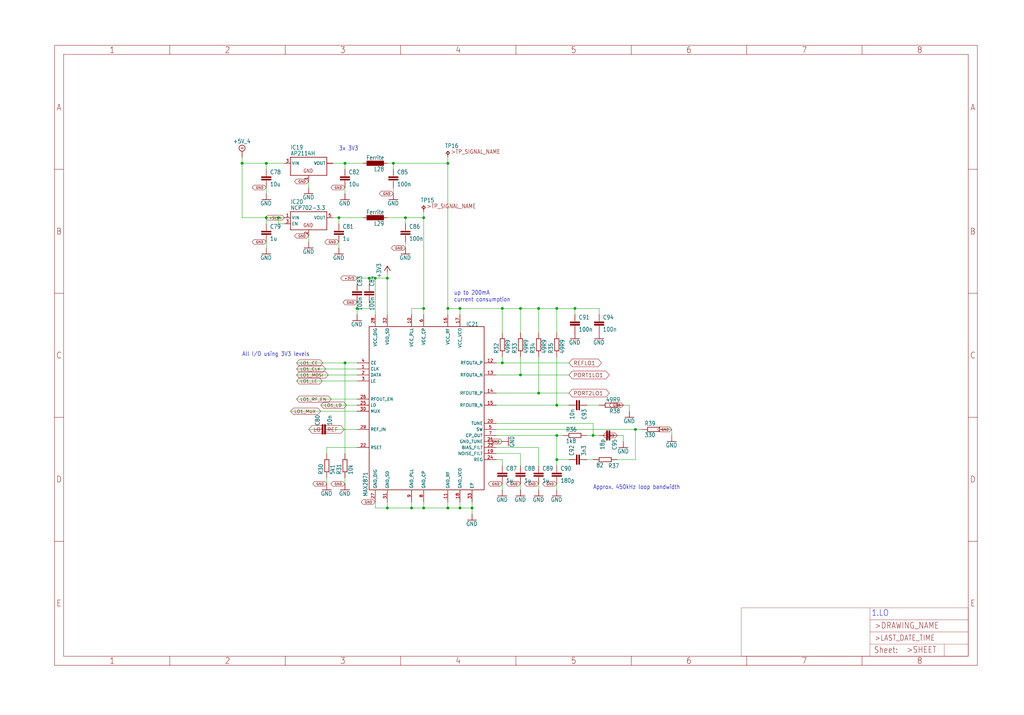
<source format=kicad_sch>
(kicad_sch (version 20210615) (generator eeschema)
  (paper "User" 429.793 300.279)
  (lib_symbols
    (symbol "VNA-eagle-import:+3V3" (power)
      (property "Value" "+3V3" (at -2.54 -5.08 90))
      (symbol "+3V3_1_0"
        (polyline (pts (xy 0 0) (xy -1.27 -1.905)) (stroke (width 0.254)))
        (polyline (pts (xy 1.27 -1.905) (xy 0 0)) (stroke (width 0.254)))
        (pin power_in line (at 0 -2.54 90) (length 2.54) (name "+3V3") (number "1"))
      )
    )
    (symbol "VNA-eagle-import:+5V_4" (power)
      (property "Value" "+5V_4" (at -3.81 3.175 0))
      (symbol "+5V_4_1_0"
        (circle (center 0 1.27) (radius 1.27) (stroke (width 0.254)))
        (polyline (pts (xy -0.635 1.27) (xy 0.635 1.27)) (stroke (width 0.1524)))
        (polyline (pts (xy 0 0.635) (xy 0 1.905)) (stroke (width 0.1524)))
        (pin power_in line (at 0 -2.54 90) (length 2.54) (name "+5V/4") (number "1"))
      )
    )
    (symbol "VNA-eagle-import:A3L-LOC"
      (symbol "A3L-LOC_0_0"
        (text "1" (at 24.2094 1.905 0) (effects (font (size 2.54 2.286))))
        (text "1" (at 24.2094 258.445 0) (effects (font (size 2.54 2.286))))
        (text "2" (at 72.6281 1.905 0) (effects (font (size 2.54 2.286))))
        (text "2" (at 72.6281 258.445 0) (effects (font (size 2.54 2.286))))
        (text "3" (at 121.0469 1.905 0) (effects (font (size 2.54 2.286))))
        (text "3" (at 121.0469 258.445 0) (effects (font (size 2.54 2.286))))
        (text "4" (at 169.4656 1.905 0) (effects (font (size 2.54 2.286))))
        (text "4" (at 169.4656 258.445 0) (effects (font (size 2.54 2.286))))
        (text "5" (at 217.8844 1.905 0) (effects (font (size 2.54 2.286))))
        (text "5" (at 217.8844 258.445 0) (effects (font (size 2.54 2.286))))
        (text "6" (at 266.3031 1.905 0) (effects (font (size 2.54 2.286))))
        (text "6" (at 266.3031 258.445 0) (effects (font (size 2.54 2.286))))
        (text "7" (at 314.7219 1.905 0) (effects (font (size 2.54 2.286))))
        (text "7" (at 314.7219 258.445 0) (effects (font (size 2.54 2.286))))
        (text "8" (at 363.1406 1.905 0) (effects (font (size 2.54 2.286))))
        (text "8" (at 363.1406 258.445 0) (effects (font (size 2.54 2.286))))
        (text "A" (at 1.905 234.315 0) (effects (font (size 2.54 2.286))))
        (text "A" (at 385.445 234.315 0) (effects (font (size 2.54 2.286))))
        (text "B" (at 1.905 182.245 0) (effects (font (size 2.54 2.286))))
        (text "B" (at 385.445 182.245 0) (effects (font (size 2.54 2.286))))
        (text "C" (at 1.905 130.175 0) (effects (font (size 2.54 2.286))))
        (text "C" (at 385.445 130.175 0) (effects (font (size 2.54 2.286))))
        (text "D" (at 1.905 78.105 0) (effects (font (size 2.54 2.286))))
        (text "D" (at 385.445 78.105 0) (effects (font (size 2.54 2.286))))
        (text "E" (at 1.905 26.035 0) (effects (font (size 2.54 2.286))))
        (text "E" (at 385.445 26.035 0) (effects (font (size 2.54 2.286))))
        (polyline (pts (xy 0 52.07) (xy 3.81 52.07)))
        (polyline (pts (xy 0 104.14) (xy 3.81 104.14)))
        (polyline (pts (xy 0 156.21) (xy 3.81 156.21)))
        (polyline (pts (xy 0 208.28) (xy 3.81 208.28)))
        (polyline (pts (xy 3.81 3.81) (xy 3.81 256.54)))
        (polyline (pts (xy 48.4188 0) (xy 48.4188 3.81)))
        (polyline (pts (xy 48.4188 256.54) (xy 48.4188 260.35)))
        (polyline (pts (xy 96.8375 0) (xy 96.8375 3.81)))
        (polyline (pts (xy 96.8375 256.54) (xy 96.8375 260.35)))
        (polyline (pts (xy 145.2563 0) (xy 145.2563 3.81)))
        (polyline (pts (xy 145.2563 256.54) (xy 145.2563 260.35)))
        (polyline (pts (xy 193.675 0) (xy 193.675 3.81)))
        (polyline (pts (xy 193.675 256.54) (xy 193.675 260.35)))
        (polyline (pts (xy 242.0938 0) (xy 242.0938 3.81)))
        (polyline (pts (xy 242.0938 256.54) (xy 242.0938 260.35)))
        (polyline (pts (xy 290.5125 0) (xy 290.5125 3.81)))
        (polyline (pts (xy 290.5125 256.54) (xy 290.5125 260.35)))
        (polyline (pts (xy 338.9313 0) (xy 338.9313 3.81)))
        (polyline (pts (xy 338.9313 256.54) (xy 338.9313 260.35)))
        (polyline (pts (xy 383.54 3.81) (xy 3.81 3.81)))
        (polyline (pts (xy 383.54 3.81) (xy 383.54 256.54)))
        (polyline (pts (xy 383.54 52.07) (xy 387.35 52.07)))
        (polyline (pts (xy 383.54 104.14) (xy 387.35 104.14)))
        (polyline (pts (xy 383.54 156.21) (xy 387.35 156.21)))
        (polyline (pts (xy 383.54 208.28) (xy 387.35 208.28)))
        (polyline (pts (xy 383.54 256.54) (xy 3.81 256.54)))
        (polyline (pts (xy 0 0) (xy 387.35 0) (xy 387.35 260.35) (xy 0 260.35) (xy 0 0)))
      )
      (symbol "A3L-LOC_1_0"
        (text ">DRAWING_NAME" (at 344.17 15.24 0) (effects (font (size 2.54 2.159)) (justify left bottom)))
        (text ">LAST_DATE_TIME" (at 344.17 10.16 0) (effects (font (size 2.286 1.9431)) (justify left bottom)))
        (text ">SHEET" (at 357.505 5.08 0) (effects (font (size 2.54 2.159)) (justify left bottom)))
        (text "Sheet:" (at 343.916 4.953 0) (effects (font (size 2.54 2.159)) (justify left bottom)))
        (polyline (pts (xy 288.29 3.81) (xy 288.29 24.13)) (stroke (width 0.1016)))
        (polyline (pts (xy 288.29 3.81) (xy 342.265 3.81)) (stroke (width 0.1016)))
        (polyline (pts (xy 288.29 24.13) (xy 342.265 24.13)) (stroke (width 0.1016)))
        (polyline (pts (xy 342.265 3.81) (xy 373.38 3.81)) (stroke (width 0.1016)))
        (polyline (pts (xy 342.265 8.89) (xy 342.265 3.81)) (stroke (width 0.1016)))
        (polyline (pts (xy 342.265 8.89) (xy 342.265 13.97)) (stroke (width 0.1016)))
        (polyline (pts (xy 342.265 13.97) (xy 342.265 19.05)) (stroke (width 0.1016)))
        (polyline (pts (xy 342.265 13.97) (xy 383.54 13.97)) (stroke (width 0.1016)))
        (polyline (pts (xy 342.265 19.05) (xy 342.265 24.13)) (stroke (width 0.1016)))
        (polyline (pts (xy 342.265 19.05) (xy 383.54 19.05)) (stroke (width 0.1016)))
        (polyline (pts (xy 342.265 24.13) (xy 383.54 24.13)) (stroke (width 0.1016)))
        (polyline (pts (xy 373.38 3.81) (xy 373.38 8.89)) (stroke (width 0.1016)))
        (polyline (pts (xy 373.38 3.81) (xy 383.54 3.81)) (stroke (width 0.1016)))
        (polyline (pts (xy 373.38 8.89) (xy 342.265 8.89)) (stroke (width 0.1016)))
        (polyline (pts (xy 373.38 8.89) (xy 383.54 8.89)) (stroke (width 0.1016)))
        (polyline (pts (xy 383.54 3.81) (xy 383.54 8.89)) (stroke (width 0.1016)))
        (polyline (pts (xy 383.54 8.89) (xy 383.54 13.97)) (stroke (width 0.1016)))
        (polyline (pts (xy 383.54 13.97) (xy 383.54 19.05)) (stroke (width 0.1016)))
        (polyline (pts (xy 383.54 19.05) (xy 383.54 24.13)) (stroke (width 0.1016)))
      )
    )
    (symbol "VNA-eagle-import:AP2114H"
      (property "Reference" "IC" (at -7.62 5.715 0))
      (property "Value" "AP2114H" (at -7.62 3.175 0))
      (symbol "AP2114H_1_0"
        (text "GND" (at -2.286 -4.064 0) (effects (font (size 1.524 1.2954)) (justify left bottom)))
        (polyline (pts (xy -7.62 -5.08) (xy 7.62 -5.08)) (stroke (width 0.254)))
        (polyline (pts (xy -7.62 2.54) (xy -7.62 -5.08)) (stroke (width 0.254)))
        (polyline (pts (xy 7.62 -5.08) (xy 7.62 2.54)) (stroke (width 0.254)))
        (polyline (pts (xy 7.62 2.54) (xy -7.62 2.54)) (stroke (width 0.254)))
        (pin power_in line (at 0 -7.62 90) (length 2.54) (name "GND") (number "1"))
        (pin power_in line (at 10.16 0 180) (length 2.54) (name "VOUT") (number "2"))
        (pin power_in line (at -10.16 0 0) (length 2.54) (name "VIN") (number "3"))
        (pin power_in line (at 10.16 0 180) (length 2.54) (name "VOUT") (number "4"))
      )
    )
    (symbol "VNA-eagle-import:C-EU?_1C0603"
      (property "Reference" "C" (at 1.524 0.381 0))
      (property "Value" "C-EU?_1C0603" (at 1.524 -4.699 0))
      (symbol "C-EU?_1C0603_1_0"
        (rectangle (start -2.032 -2.032) (end 2.032 -1.524) (fill (type outline)))
        (rectangle (start -2.032 -1.016) (end 2.032 -0.508) (fill (type outline)))
        (polyline (pts (xy 0 -2.54) (xy 0 -2.032)) (stroke (width 0.1524)))
        (polyline (pts (xy 0 0) (xy 0 -0.508)) (stroke (width 0.1524)))
        (pin passive line (at 0 2.54 270) (length 2.54) (name "1") (number "1"))
        (pin passive line (at 0 -5.08 90) (length 2.54) (name "2") (number "2"))
      )
    )
    (symbol "VNA-eagle-import:C-EU?_2C0402"
      (property "Reference" "C" (at 1.524 0.381 0))
      (property "Value" "C-EU?_2C0402" (at 1.524 -4.699 0))
      (symbol "C-EU?_2C0402_1_0"
        (rectangle (start -2.032 -2.032) (end 2.032 -1.524) (fill (type outline)))
        (rectangle (start -2.032 -1.016) (end 2.032 -0.508) (fill (type outline)))
        (polyline (pts (xy 0 -2.54) (xy 0 -2.032)) (stroke (width 0.1524)))
        (polyline (pts (xy 0 0) (xy 0 -0.508)) (stroke (width 0.1524)))
        (pin passive line (at 0 2.54 270) (length 2.54) (name "1") (number "1"))
        (pin passive line (at 0 -5.08 90) (length 2.54) (name "2") (number "2"))
      )
    )
    (symbol "VNA-eagle-import:C-EUC1206"
      (property "Reference" "C" (at 1.524 0.381 0))
      (property "Value" "C-EUC1206" (at 1.524 -4.699 0))
      (symbol "C-EUC1206_1_0"
        (rectangle (start -2.032 -2.032) (end 2.032 -1.524) (fill (type outline)))
        (rectangle (start -2.032 -1.016) (end 2.032 -0.508) (fill (type outline)))
        (polyline (pts (xy 0 -2.54) (xy 0 -2.032)) (stroke (width 0.1524)))
        (polyline (pts (xy 0 0) (xy 0 -0.508)) (stroke (width 0.1524)))
        (pin passive line (at 0 2.54 270) (length 2.54) (name "1") (number "1"))
        (pin passive line (at 0 -5.08 90) (length 2.54) (name "2") (number "2"))
      )
    )
    (symbol "VNA-eagle-import:FERRITE"
      (property "Reference" "L" (at -1.4986 -3.81 90))
      (property "Value" "FERRITE" (at 3.302 -3.81 90))
      (symbol "FERRITE_1_0"
        (rectangle (start -1.016 -3.556) (end 1.016 3.556) (fill (type outline)))
        (pin passive line (at 0 5.08 270) (length 2.54) (name "1") (number "1"))
        (pin passive line (at 0 -5.08 90) (length 2.54) (name "2") (number "2"))
      )
    )
    (symbol "VNA-eagle-import:GND" (power)
      (property "Value" "GND" (at -2.54 -2.54 0))
      (symbol "GND_1_0"
        (polyline (pts (xy -1.905 0) (xy 1.905 0)) (stroke (width 0.254)))
        (pin power_in line (at 0 2.54 270) (length 2.54) (name "GND") (number "1"))
      )
    )
    (symbol "VNA-eagle-import:MAX2871"
      (property "Reference" "IC" (at 17.78 35.56 0))
      (property "Value" "MAX2871" (at 22.86 -35.56 0))
      (symbol "MAX2871_1_0"
        (polyline (pts (xy -22.86 -33.02) (xy -22.86 35.56)) (stroke (width 0.254)))
        (polyline (pts (xy -22.86 35.56) (xy 25.4 35.56)) (stroke (width 0.254)))
        (polyline (pts (xy 25.4 -33.02) (xy -22.86 -33.02)) (stroke (width 0.254)))
        (polyline (pts (xy 25.4 35.56) (xy 25.4 -33.02)) (stroke (width 0.254)))
        (pin input line (at -27.94 17.78 0) (length 5.08) (name "CLK") (number "1"))
        (pin bidirectional line (at -5.08 40.64 270) (length 5.08) (name "VCC_PLL") (number "10"))
        (pin bidirectional line (at 10.16 -38.1 90) (length 5.08) (name "GND_RF") (number "11"))
        (pin bidirectional line (at 30.48 20.32 180) (length 5.08) (name "RFOUTA_P") (number "12"))
        (pin bidirectional line (at 30.48 15.24 180) (length 5.08) (name "RFOUTA_N") (number "13"))
        (pin bidirectional line (at 30.48 7.62 180) (length 5.08) (name "RFOUTB_P") (number "14"))
        (pin bidirectional line (at 30.48 2.54 180) (length 5.08) (name "RFOUTB_N") (number "15"))
        (pin bidirectional line (at 10.16 40.64 270) (length 5.08) (name "VCC_RF") (number "16"))
        (pin bidirectional line (at 15.24 40.64 270) (length 5.08) (name "VCC_VCO") (number "17"))
        (pin bidirectional line (at 15.24 -38.1 90) (length 5.08) (name "GND_VCO") (number "18"))
        (pin bidirectional line (at 30.48 -17.78 180) (length 5.08) (name "NOISE_FILT") (number "19"))
        (pin input line (at -27.94 15.24 0) (length 5.08) (name "DATA") (number "2"))
        (pin bidirectional line (at 30.48 -5.08 180) (length 5.08) (name "TUNE") (number "20"))
        (pin bidirectional line (at 30.48 -12.7 180) (length 5.08) (name "GND_TUNE") (number "21"))
        (pin bidirectional line (at -27.94 -15.24 0) (length 5.08) (name "RSET") (number "22"))
        (pin bidirectional line (at 30.48 -15.24 180) (length 5.08) (name "BIAS_FILT") (number "23"))
        (pin bidirectional line (at 30.48 -20.32 180) (length 5.08) (name "REG") (number "24"))
        (pin output line (at -27.94 2.54 0) (length 5.08) (name "LD") (number "25"))
        (pin input line (at -27.94 5.08 0) (length 5.08) (name "RFOUT_EN") (number "26"))
        (pin bidirectional line (at -20.32 -38.1 90) (length 5.08) (name "GND_DIG") (number "27"))
        (pin bidirectional line (at -20.32 40.64 270) (length 5.08) (name "VCC_DIG") (number "28"))
        (pin input line (at -27.94 -7.62 0) (length 5.08) (name "REF_IN") (number "29"))
        (pin input line (at -27.94 12.7 0) (length 5.08) (name "LE") (number "3"))
        (pin bidirectional line (at -27.94 0 0) (length 5.08) (name "MUX") (number "30"))
        (pin bidirectional line (at -15.24 -38.1 90) (length 5.08) (name "GND_SD") (number "31"))
        (pin bidirectional line (at -15.24 40.64 270) (length 5.08) (name "VDD_SD") (number "32"))
        (pin bidirectional line (at 20.32 -38.1 90) (length 5.08) (name "EP") (number "33"))
        (pin bidirectional line (at -27.94 20.32 0) (length 5.08) (name "CE") (number "4"))
        (pin bidirectional line (at 30.48 -7.62 180) (length 5.08) (name "SW") (number "5"))
        (pin bidirectional line (at 0 40.64 270) (length 5.08) (name "VCC_CP") (number "6"))
        (pin bidirectional line (at 30.48 -10.16 180) (length 5.08) (name "CP_OUT") (number "7"))
        (pin bidirectional line (at 0 -38.1 90) (length 5.08) (name "GND_CP") (number "8"))
        (pin bidirectional line (at -5.08 -38.1 90) (length 5.08) (name "GND_PLL") (number "9"))
      )
    )
    (symbol "VNA-eagle-import:NCP702"
      (property "Reference" "IC" (at -7.62 5.715 0))
      (property "Value" "NCP702" (at -7.62 3.175 0))
      (symbol "NCP702_1_0"
        (text "GND" (at -2.286 -4.064 0) (effects (font (size 1.524 1.2954)) (justify left bottom)))
        (polyline (pts (xy -7.62 -5.08) (xy 7.62 -5.08)) (stroke (width 0.254)))
        (polyline (pts (xy -7.62 2.54) (xy -7.62 -5.08)) (stroke (width 0.254)))
        (polyline (pts (xy 7.62 -5.08) (xy 7.62 2.54)) (stroke (width 0.254)))
        (polyline (pts (xy 7.62 2.54) (xy -7.62 2.54)) (stroke (width 0.254)))
        (pin power_in line (at -10.16 0 0) (length 2.54) (name "VIN") (number "1"))
        (pin power_in line (at 0 -7.62 90) (length 2.54) (name "GND") (number "2"))
        (pin input line (at -10.16 -2.54 0) (length 2.54) (name "EN") (number "3"))
        (pin power_in line (at 10.16 0 180) (length 2.54) (name "VOUT") (number "5"))
      )
    )
    (symbol "VNA-eagle-import:R-EU_R0402"
      (property "Reference" "R" (at -3.81 1.4986 0))
      (property "Value" "R-EU_R0402" (at -3.81 -3.302 0))
      (symbol "R-EU_R0402_1_0"
        (polyline (pts (xy -2.54 -0.889) (xy -2.54 0.889)) (stroke (width 0.254)))
        (polyline (pts (xy -2.54 -0.889) (xy 2.54 -0.889)) (stroke (width 0.254)))
        (polyline (pts (xy 2.54 -0.889) (xy 2.54 0.889)) (stroke (width 0.254)))
        (polyline (pts (xy 2.54 0.889) (xy -2.54 0.889)) (stroke (width 0.254)))
        (pin passive line (at -5.08 0 0) (length 2.54) (name "1") (number "1"))
        (pin passive line (at 5.08 0 180) (length 2.54) (name "2") (number "2"))
      )
    )
    (symbol "VNA-eagle-import:TPB1,27"
      (property "Reference" "TP" (at -1.27 1.27 0))
      (symbol "TPB1,27_1_0"
        (text ">TP_SIGNAL_NAME" (at 1.27 -1.27 0) (effects (font (size 1.778 1.5113)) (justify left bottom)))
        (polyline (pts (xy -0.762 -0.762) (xy 0 0)) (stroke (width 0.254)))
        (polyline (pts (xy 0 -1.524) (xy -0.762 -0.762)) (stroke (width 0.254)))
        (polyline (pts (xy 0 0) (xy 0.762 -0.762)) (stroke (width 0.254)))
        (polyline (pts (xy 0.762 -0.762) (xy 0 -1.524)) (stroke (width 0.254)))
        (pin input line (at 0 -2.54 90) (length 2.54) (name "TP") (number "TP"))
      )
    )
  )
  (junction (at 101.6 68.58) (diameter 1.016))
  (junction (at 111.76 68.58) (diameter 1.016))
  (junction (at 111.76 91.44) (diameter 1.016))
  (junction (at 116.84 91.44) (diameter 1.016))
  (junction (at 142.24 91.44) (diameter 1.016))
  (junction (at 144.78 68.58) (diameter 1.016))
  (junction (at 144.78 152.4) (diameter 1.016))
  (junction (at 149.86 129.54) (diameter 1.016))
  (junction (at 154.94 116.84) (diameter 1.016))
  (junction (at 157.48 116.84) (diameter 1.016))
  (junction (at 162.56 116.84) (diameter 1.016))
  (junction (at 162.56 213.36) (diameter 1.016))
  (junction (at 165.1 68.58) (diameter 1.016))
  (junction (at 170.18 91.44) (diameter 1.016))
  (junction (at 172.72 213.36) (diameter 1.016))
  (junction (at 177.8 91.44) (diameter 1.016))
  (junction (at 177.8 129.54) (diameter 1.016))
  (junction (at 177.8 213.36) (diameter 1.016))
  (junction (at 187.96 68.58) (diameter 1.016))
  (junction (at 187.96 129.54) (diameter 1.016))
  (junction (at 187.96 213.36) (diameter 1.016))
  (junction (at 193.04 129.54) (diameter 1.016))
  (junction (at 193.04 213.36) (diameter 1.016))
  (junction (at 198.12 213.36) (diameter 1.016))
  (junction (at 210.82 129.54) (diameter 1.016))
  (junction (at 210.82 152.4) (diameter 1.016))
  (junction (at 218.44 129.54) (diameter 1.016))
  (junction (at 218.44 157.48) (diameter 1.016))
  (junction (at 226.06 129.54) (diameter 1.016))
  (junction (at 226.06 165.1) (diameter 1.016))
  (junction (at 233.68 129.54) (diameter 1.016))
  (junction (at 233.68 170.18) (diameter 1.016))
  (junction (at 233.68 182.88) (diameter 1.016))
  (junction (at 233.68 193.04) (diameter 1.016))
  (junction (at 241.3 129.54) (diameter 1.016))
  (junction (at 248.92 182.88) (diameter 1.016))
  (junction (at 266.7 180.34) (diameter 1.016))
  (wire (pts (xy 101.6 68.58) (xy 101.6 66.04)))
  (wire (pts (xy 101.6 91.44) (xy 101.6 68.58)))
  (wire (pts (xy 111.76 68.58) (xy 101.6 68.58)))
  (wire (pts (xy 111.76 68.58) (xy 111.76 71.12)))
  (wire (pts (xy 111.76 78.74) (xy 111.76 81.28)))
  (wire (pts (xy 111.76 91.44) (xy 101.6 91.44)))
  (wire (pts (xy 111.76 91.44) (xy 111.76 93.98)))
  (wire (pts (xy 111.76 101.6) (xy 111.76 104.14)))
  (wire (pts (xy 116.84 91.44) (xy 111.76 91.44)))
  (wire (pts (xy 116.84 93.98) (xy 116.84 91.44)))
  (wire (pts (xy 119.38 68.58) (xy 111.76 68.58)))
  (wire (pts (xy 119.38 91.44) (xy 116.84 91.44)))
  (wire (pts (xy 119.38 93.98) (xy 116.84 93.98)))
  (wire (pts (xy 129.54 76.2) (xy 129.54 78.74)))
  (wire (pts (xy 129.54 99.06) (xy 129.54 101.6)))
  (wire (pts (xy 132.08 180.34) (xy 129.54 180.34)))
  (wire (pts (xy 137.16 187.96) (xy 137.16 190.5)))
  (wire (pts (xy 137.16 203.2) (xy 137.16 200.66)))
  (wire (pts (xy 139.7 68.58) (xy 144.78 68.58)))
  (wire (pts (xy 139.7 91.44) (xy 142.24 91.44)))
  (wire (pts (xy 139.7 180.34) (xy 144.78 180.34)))
  (wire (pts (xy 142.24 91.44) (xy 142.24 93.98)))
  (wire (pts (xy 142.24 91.44) (xy 152.4 91.44)))
  (wire (pts (xy 142.24 101.6) (xy 142.24 104.14)))
  (wire (pts (xy 144.78 68.58) (xy 144.78 71.12)))
  (wire (pts (xy 144.78 68.58) (xy 152.4 68.58)))
  (wire (pts (xy 144.78 78.74) (xy 144.78 81.28)))
  (wire (pts (xy 144.78 152.4) (xy 124.46 152.4)))
  (wire (pts (xy 144.78 180.34) (xy 149.86 180.34)))
  (wire (pts (xy 144.78 190.5) (xy 144.78 152.4)))
  (wire (pts (xy 144.78 203.2) (xy 144.78 200.66)))
  (wire (pts (xy 149.86 116.84) (xy 154.94 116.84)))
  (wire (pts (xy 149.86 119.38) (xy 149.86 116.84)))
  (wire (pts (xy 149.86 127) (xy 149.86 129.54)))
  (wire (pts (xy 149.86 129.54) (xy 149.86 132.08)))
  (wire (pts (xy 149.86 129.54) (xy 154.94 129.54)))
  (wire (pts (xy 149.86 152.4) (xy 144.78 152.4)))
  (wire (pts (xy 149.86 154.94) (xy 124.46 154.94)))
  (wire (pts (xy 149.86 157.48) (xy 124.46 157.48)))
  (wire (pts (xy 149.86 160.02) (xy 124.46 160.02)))
  (wire (pts (xy 149.86 167.64) (xy 124.46 167.64)))
  (wire (pts (xy 149.86 170.18) (xy 134.62 170.18)))
  (wire (pts (xy 149.86 172.72) (xy 121.92 172.72)))
  (wire (pts (xy 149.86 187.96) (xy 137.16 187.96)))
  (wire (pts (xy 154.94 116.84) (xy 157.48 116.84)))
  (wire (pts (xy 154.94 119.38) (xy 154.94 116.84)))
  (wire (pts (xy 154.94 129.54) (xy 154.94 127)))
  (wire (pts (xy 157.48 116.84) (xy 162.56 116.84)))
  (wire (pts (xy 157.48 132.08) (xy 157.48 116.84)))
  (wire (pts (xy 157.48 210.82) (xy 157.48 213.36)))
  (wire (pts (xy 157.48 213.36) (xy 162.56 213.36)))
  (wire (pts (xy 162.56 68.58) (xy 165.1 68.58)))
  (wire (pts (xy 162.56 91.44) (xy 170.18 91.44)))
  (wire (pts (xy 162.56 114.3) (xy 162.56 116.84)))
  (wire (pts (xy 162.56 132.08) (xy 162.56 116.84)))
  (wire (pts (xy 162.56 210.82) (xy 162.56 213.36)))
  (wire (pts (xy 162.56 213.36) (xy 172.72 213.36)))
  (wire (pts (xy 165.1 68.58) (xy 187.96 68.58)))
  (wire (pts (xy 165.1 71.12) (xy 165.1 68.58)))
  (wire (pts (xy 165.1 81.28) (xy 165.1 78.74)))
  (wire (pts (xy 170.18 91.44) (xy 177.8 91.44)))
  (wire (pts (xy 170.18 93.98) (xy 170.18 91.44)))
  (wire (pts (xy 170.18 104.14) (xy 170.18 101.6)))
  (wire (pts (xy 172.72 129.54) (xy 177.8 129.54)))
  (wire (pts (xy 172.72 132.08) (xy 172.72 129.54)))
  (wire (pts (xy 172.72 210.82) (xy 172.72 213.36)))
  (wire (pts (xy 172.72 213.36) (xy 177.8 213.36)))
  (wire (pts (xy 177.8 88.9) (xy 177.8 91.44)))
  (wire (pts (xy 177.8 91.44) (xy 177.8 129.54)))
  (wire (pts (xy 177.8 129.54) (xy 177.8 132.08)))
  (wire (pts (xy 177.8 210.82) (xy 177.8 213.36)))
  (wire (pts (xy 177.8 213.36) (xy 187.96 213.36)))
  (wire (pts (xy 187.96 68.58) (xy 187.96 66.04)))
  (wire (pts (xy 187.96 68.58) (xy 187.96 129.54)))
  (wire (pts (xy 187.96 129.54) (xy 187.96 132.08)))
  (wire (pts (xy 187.96 129.54) (xy 193.04 129.54)))
  (wire (pts (xy 187.96 210.82) (xy 187.96 213.36)))
  (wire (pts (xy 187.96 213.36) (xy 193.04 213.36)))
  (wire (pts (xy 193.04 129.54) (xy 193.04 132.08)))
  (wire (pts (xy 193.04 129.54) (xy 210.82 129.54)))
  (wire (pts (xy 193.04 210.82) (xy 193.04 213.36)))
  (wire (pts (xy 193.04 213.36) (xy 198.12 213.36)))
  (wire (pts (xy 198.12 213.36) (xy 198.12 210.82)))
  (wire (pts (xy 198.12 213.36) (xy 198.12 215.9)))
  (wire (pts (xy 208.28 165.1) (xy 226.06 165.1)))
  (wire (pts (xy 208.28 170.18) (xy 233.68 170.18)))
  (wire (pts (xy 208.28 177.8) (xy 248.92 177.8)))
  (wire (pts (xy 208.28 180.34) (xy 266.7 180.34)))
  (wire (pts (xy 208.28 182.88) (xy 233.68 182.88)))
  (wire (pts (xy 208.28 187.96) (xy 226.06 187.96)))
  (wire (pts (xy 208.28 190.5) (xy 218.44 190.5)))
  (wire (pts (xy 208.28 193.04) (xy 210.82 193.04)))
  (wire (pts (xy 210.82 129.54) (xy 210.82 139.7)))
  (wire (pts (xy 210.82 152.4) (xy 208.28 152.4)))
  (wire (pts (xy 210.82 152.4) (xy 210.82 149.86)))
  (wire (pts (xy 210.82 157.48) (xy 208.28 157.48)))
  (wire (pts (xy 210.82 157.48) (xy 218.44 157.48)))
  (wire (pts (xy 210.82 185.42) (xy 208.28 185.42)))
  (wire (pts (xy 210.82 193.04) (xy 210.82 195.58)))
  (wire (pts (xy 210.82 203.2) (xy 210.82 205.74)))
  (wire (pts (xy 215.9 152.4) (xy 210.82 152.4)))
  (wire (pts (xy 218.44 129.54) (xy 210.82 129.54)))
  (wire (pts (xy 218.44 129.54) (xy 226.06 129.54)))
  (wire (pts (xy 218.44 139.7) (xy 218.44 129.54)))
  (wire (pts (xy 218.44 149.86) (xy 218.44 157.48)))
  (wire (pts (xy 218.44 157.48) (xy 238.76 157.48)))
  (wire (pts (xy 218.44 190.5) (xy 218.44 195.58)))
  (wire (pts (xy 218.44 203.2) (xy 218.44 205.74)))
  (wire (pts (xy 226.06 129.54) (xy 226.06 139.7)))
  (wire (pts (xy 226.06 129.54) (xy 233.68 129.54)))
  (wire (pts (xy 226.06 165.1) (xy 226.06 149.86)))
  (wire (pts (xy 226.06 165.1) (xy 238.76 165.1)))
  (wire (pts (xy 226.06 187.96) (xy 226.06 195.58)))
  (wire (pts (xy 226.06 203.2) (xy 226.06 205.74)))
  (wire (pts (xy 233.68 129.54) (xy 233.68 139.7)))
  (wire (pts (xy 233.68 129.54) (xy 241.3 129.54)))
  (wire (pts (xy 233.68 170.18) (xy 233.68 149.86)))
  (wire (pts (xy 233.68 182.88) (xy 236.22 182.88)))
  (wire (pts (xy 233.68 193.04) (xy 233.68 182.88)))
  (wire (pts (xy 233.68 195.58) (xy 233.68 193.04)))
  (wire (pts (xy 233.68 203.2) (xy 233.68 205.74)))
  (wire (pts (xy 238.76 152.4) (xy 215.9 152.4)))
  (wire (pts (xy 238.76 170.18) (xy 233.68 170.18)))
  (wire (pts (xy 238.76 193.04) (xy 233.68 193.04)))
  (wire (pts (xy 241.3 129.54) (xy 251.46 129.54)))
  (wire (pts (xy 241.3 132.08) (xy 241.3 129.54)))
  (wire (pts (xy 246.38 182.88) (xy 248.92 182.88)))
  (wire (pts (xy 246.38 193.04) (xy 248.92 193.04)))
  (wire (pts (xy 248.92 182.88) (xy 248.92 177.8)))
  (wire (pts (xy 251.46 129.54) (xy 251.46 132.08)))
  (wire (pts (xy 251.46 170.18) (xy 246.38 170.18)))
  (wire (pts (xy 251.46 182.88) (xy 248.92 182.88)))
  (wire (pts (xy 259.08 182.88) (xy 261.62 182.88)))
  (wire (pts (xy 259.08 193.04) (xy 266.7 193.04)))
  (wire (pts (xy 261.62 170.18) (xy 264.16 170.18)))
  (wire (pts (xy 261.62 182.88) (xy 261.62 185.42)))
  (wire (pts (xy 264.16 170.18) (xy 264.16 172.72)))
  (wire (pts (xy 266.7 180.34) (xy 269.24 180.34)))
  (wire (pts (xy 266.7 193.04) (xy 266.7 180.34)))
  (wire (pts (xy 281.94 180.34) (xy 279.4 180.34)))
  (wire (pts (xy 281.94 180.34) (xy 281.94 182.88)))
  (text "All I/O using 3V3 levels" (at 101.6 149.86 180) (effects (font (size 1.778 1.5113)) (justify left bottom)))
  (text "3x 3V3" (at 142.24 63.5 180) (effects (font (size 1.778 1.5113)) (justify left bottom)))
  (text "up to 200mA\ncurrent consumption" (at 190.5 127 180) (effects (font (size 1.778 1.5113)) (justify left bottom)))
  (text "Approx. 450kHz loop bandwidth" (at 248.92 205.74 180) (effects (font (size 1.778 1.5113)) (justify left bottom)))
  (text "1.LO" (at 365.76 259.08 180) (effects (font (size 2.54 2.159)) (justify left bottom)))
  (global_label "GND" (shape bidirectional) (at 111.76 78.74 180) (effects (font (size 1.016 1.016))) (property "Intersheet References" "${INTERSHEET_REFS}" (effects hide)))
  (global_label "GND" (shape bidirectional) (at 111.76 101.6 180) (effects (font (size 1.016 1.016))) (property "Intersheet References" "${INTERSHEET_REFS}" (effects hide)))
  (global_label "+5V/4" (shape bidirectional) (at 119.38 91.44 180) (effects (font (size 1.016 1.016))) (property "Intersheet References" "${INTERSHEET_REFS}" (effects hide)))
  (global_label "LO1_MUX" (shape bidirectional) (at 121.92 172.72 0) (effects (font (size 1.3335 1.3335))) (property "Intersheet References" "${INTERSHEET_REFS}" (effects hide)))
  (global_label "LO1_CE" (shape bidirectional) (at 124.46 152.4 0) (effects (font (size 1.3335 1.3335))) (property "Intersheet References" "${INTERSHEET_REFS}" (effects hide)))
  (global_label "LO1_CLK" (shape bidirectional) (at 124.46 154.94 0) (effects (font (size 1.3335 1.3335))) (property "Intersheet References" "${INTERSHEET_REFS}" (effects hide)))
  (global_label "LO1_MOSI" (shape bidirectional) (at 124.46 157.48 0) (effects (font (size 1.3335 1.3335))) (property "Intersheet References" "${INTERSHEET_REFS}" (effects hide)))
  (global_label "LO1_LE" (shape bidirectional) (at 124.46 160.02 0) (effects (font (size 1.3335 1.3335))) (property "Intersheet References" "${INTERSHEET_REFS}" (effects hide)))
  (global_label "LO1_RF_EN" (shape bidirectional) (at 124.46 167.64 0) (effects (font (size 1.3335 1.3335))) (property "Intersheet References" "${INTERSHEET_REFS}" (effects hide)))
  (global_label "GND" (shape bidirectional) (at 129.54 76.2 180) (effects (font (size 1.016 1.016))) (property "Intersheet References" "${INTERSHEET_REFS}" (effects hide)))
  (global_label "GND" (shape bidirectional) (at 129.54 99.06 180) (effects (font (size 1.016 1.016))) (property "Intersheet References" "${INTERSHEET_REFS}" (effects hide)))
  (global_label "LO1_REF" (shape bidirectional) (at 129.54 180.34 0) (effects (font (size 1.6383 1.6383))) (property "Intersheet References" "${INTERSHEET_REFS}" (effects hide)))
  (global_label "LO1_LD" (shape bidirectional) (at 134.62 170.18 0) (effects (font (size 1.3335 1.3335))) (property "Intersheet References" "${INTERSHEET_REFS}" (effects hide)))
  (global_label "GND" (shape bidirectional) (at 137.16 203.2 180) (effects (font (size 1.016 1.016))) (property "Intersheet References" "${INTERSHEET_REFS}" (effects hide)))
  (global_label "GND" (shape bidirectional) (at 142.24 101.6 180) (effects (font (size 1.016 1.016))) (property "Intersheet References" "${INTERSHEET_REFS}" (effects hide)))
  (global_label "GND" (shape bidirectional) (at 144.78 78.74 180) (effects (font (size 1.016 1.016))) (property "Intersheet References" "${INTERSHEET_REFS}" (effects hide)))
  (global_label "GND" (shape bidirectional) (at 144.78 203.2 180) (effects (font (size 1.016 1.016))) (property "Intersheet References" "${INTERSHEET_REFS}" (effects hide)))
  (global_label "+3V3" (shape bidirectional) (at 149.86 116.84 180) (effects (font (size 1.016 1.016))) (property "Intersheet References" "${INTERSHEET_REFS}" (effects hide)))
  (global_label "GND" (shape bidirectional) (at 149.86 127 180) (effects (font (size 1.016 1.016))) (property "Intersheet References" "${INTERSHEET_REFS}" (effects hide)))
  (global_label "GND" (shape bidirectional) (at 157.48 210.82 180) (effects (font (size 1.016 1.016))) (property "Intersheet References" "${INTERSHEET_REFS}" (effects hide)))
  (global_label "GND" (shape bidirectional) (at 165.1 81.28 180) (effects (font (size 1.016 1.016))) (property "Intersheet References" "${INTERSHEET_REFS}" (effects hide)))
  (global_label "GND" (shape bidirectional) (at 170.18 104.14 180) (effects (font (size 1.016 1.016))) (property "Intersheet References" "${INTERSHEET_REFS}" (effects hide)))
  (global_label "GND" (shape bidirectional) (at 210.82 185.42 180) (effects (font (size 1.016 1.016))) (property "Intersheet References" "${INTERSHEET_REFS}" (effects hide)))
  (global_label "GND" (shape bidirectional) (at 210.82 203.2 180) (effects (font (size 1.016 1.016))) (property "Intersheet References" "${INTERSHEET_REFS}" (effects hide)))
  (global_label "GND" (shape bidirectional) (at 218.44 203.2 180) (effects (font (size 1.016 1.016))) (property "Intersheet References" "${INTERSHEET_REFS}" (effects hide)))
  (global_label "GND" (shape bidirectional) (at 226.06 203.2 180) (effects (font (size 1.016 1.016))) (property "Intersheet References" "${INTERSHEET_REFS}" (effects hide)))
  (global_label "GND" (shape bidirectional) (at 233.68 203.2 180) (effects (font (size 1.016 1.016))) (property "Intersheet References" "${INTERSHEET_REFS}" (effects hide)))
  (global_label "REFLO1" (shape bidirectional) (at 238.76 152.4 0) (effects (font (size 1.6383 1.6383))) (property "Intersheet References" "${INTERSHEET_REFS}" (effects hide)))
  (global_label "PORT1LO1" (shape bidirectional) (at 238.76 157.48 0) (effects (font (size 1.6383 1.6383))) (property "Intersheet References" "${INTERSHEET_REFS}" (effects hide)))
  (global_label "PORT2LO1" (shape bidirectional) (at 238.76 165.1 0) (effects (font (size 1.6383 1.6383))) (property "Intersheet References" "${INTERSHEET_REFS}" (effects hide)))
  (global_label "GND" (shape bidirectional) (at 259.08 182.88 180) (effects (font (size 1.016 1.016))) (property "Intersheet References" "${INTERSHEET_REFS}" (effects hide)))
  (global_label "GND" (shape bidirectional) (at 261.62 170.18 180) (effects (font (size 1.016 1.016))) (property "Intersheet References" "${INTERSHEET_REFS}" (effects hide)))
  (global_label "GND" (shape bidirectional) (at 281.94 180.34 180) (effects (font (size 1.016 1.016))) (property "Intersheet References" "${INTERSHEET_REFS}" (effects hide)))
  (symbol (lib_id "VNA-eagle-import:+3V3") (at 162.56 111.76 0)
    (property "Reference" "#+3V311" (effects hide))
    (property "Value" "+3V3" (at 160.02 116.84 90) (effects (font (size 1.778 1.5113)) (justify left bottom)))
  )
  (symbol (lib_id "VNA-eagle-import:GND") (at 111.76 83.82 0)
    (property "Reference" "#GND112" (effects hide))
    (property "Value" "GND" (at 109.22 86.36 0) (effects (font (size 1.778 1.5113)) (justify left bottom)))
  )
  (symbol (lib_id "VNA-eagle-import:GND") (at 111.76 106.68 0)
    (property "Reference" "#GND113" (effects hide))
    (property "Value" "GND" (at 109.22 109.22 0) (effects (font (size 1.778 1.5113)) (justify left bottom)))
  )
  (symbol (lib_id "VNA-eagle-import:GND") (at 129.54 81.28 0)
    (property "Reference" "#GND114" (effects hide))
    (property "Value" "GND" (at 127 83.82 0) (effects (font (size 1.778 1.5113)) (justify left bottom)))
  )
  (symbol (lib_id "VNA-eagle-import:GND") (at 129.54 104.14 0)
    (property "Reference" "#GND115" (effects hide))
    (property "Value" "GND" (at 127 106.68 0) (effects (font (size 1.778 1.5113)) (justify left bottom)))
  )
  (symbol (lib_id "VNA-eagle-import:GND") (at 137.16 205.74 0)
    (property "Reference" "#GND116" (effects hide))
    (property "Value" "GND" (at 134.62 208.28 0) (effects (font (size 1.778 1.5113)) (justify left bottom)))
  )
  (symbol (lib_id "VNA-eagle-import:GND") (at 142.24 106.68 0)
    (property "Reference" "#GND117" (effects hide))
    (property "Value" "GND" (at 139.7 109.22 0) (effects (font (size 1.778 1.5113)) (justify left bottom)))
  )
  (symbol (lib_id "VNA-eagle-import:GND") (at 144.78 83.82 0)
    (property "Reference" "#GND118" (effects hide))
    (property "Value" "GND" (at 142.24 86.36 0) (effects (font (size 1.778 1.5113)) (justify left bottom)))
  )
  (symbol (lib_id "VNA-eagle-import:GND") (at 144.78 205.74 0)
    (property "Reference" "#GND119" (effects hide))
    (property "Value" "GND" (at 142.24 208.28 0) (effects (font (size 1.778 1.5113)) (justify left bottom)))
  )
  (symbol (lib_id "VNA-eagle-import:GND") (at 149.86 134.62 0)
    (property "Reference" "#GND120" (effects hide))
    (property "Value" "GND" (at 147.32 137.16 0) (effects (font (size 1.778 1.5113)) (justify left bottom)))
  )
  (symbol (lib_id "VNA-eagle-import:GND") (at 165.1 83.82 0)
    (property "Reference" "#GND121" (effects hide))
    (property "Value" "GND" (at 162.56 86.36 0) (effects (font (size 1.778 1.5113)) (justify left bottom)))
  )
  (symbol (lib_id "VNA-eagle-import:GND") (at 170.18 106.68 0)
    (property "Reference" "#GND122" (effects hide))
    (property "Value" "GND" (at 167.64 109.22 0) (effects (font (size 1.778 1.5113)) (justify left bottom)))
  )
  (symbol (lib_id "VNA-eagle-import:GND") (at 198.12 218.44 0)
    (property "Reference" "#GND123" (effects hide))
    (property "Value" "GND" (at 195.58 220.98 0) (effects (font (size 1.778 1.5113)) (justify left bottom)))
  )
  (symbol (lib_id "VNA-eagle-import:GND") (at 210.82 208.28 0)
    (property "Reference" "#GND124" (effects hide))
    (property "Value" "GND" (at 208.28 210.82 0) (effects (font (size 1.778 1.5113)) (justify left bottom)))
  )
  (symbol (lib_id "VNA-eagle-import:GND") (at 213.36 185.42 90)
    (property "Reference" "#GND125" (effects hide))
    (property "Value" "GND" (at 215.9 187.96 0) (effects (font (size 1.778 1.5113)) (justify left bottom)))
  )
  (symbol (lib_id "VNA-eagle-import:GND") (at 218.44 208.28 0)
    (property "Reference" "#GND126" (effects hide))
    (property "Value" "GND" (at 215.9 210.82 0) (effects (font (size 1.778 1.5113)) (justify left bottom)))
  )
  (symbol (lib_id "VNA-eagle-import:GND") (at 226.06 208.28 0)
    (property "Reference" "#GND127" (effects hide))
    (property "Value" "GND" (at 223.52 210.82 0) (effects (font (size 1.778 1.5113)) (justify left bottom)))
  )
  (symbol (lib_id "VNA-eagle-import:GND") (at 233.68 208.28 0)
    (property "Reference" "#GND128" (effects hide))
    (property "Value" "GND" (at 231.14 210.82 0) (effects (font (size 1.778 1.5113)) (justify left bottom)))
  )
  (symbol (lib_id "VNA-eagle-import:GND") (at 241.3 142.24 0)
    (property "Reference" "#GND129" (effects hide))
    (property "Value" "GND" (at 238.76 144.78 0) (effects (font (size 1.778 1.5113)) (justify left bottom)))
  )
  (symbol (lib_id "VNA-eagle-import:GND") (at 251.46 142.24 0)
    (property "Reference" "#GND130" (effects hide))
    (property "Value" "GND" (at 248.92 144.78 0) (effects (font (size 1.778 1.5113)) (justify left bottom)))
  )
  (symbol (lib_id "VNA-eagle-import:GND") (at 261.62 187.96 0)
    (property "Reference" "#GND131" (effects hide))
    (property "Value" "GND" (at 259.08 190.5 0) (effects (font (size 1.778 1.5113)) (justify left bottom)))
  )
  (symbol (lib_id "VNA-eagle-import:GND") (at 264.16 175.26 0)
    (property "Reference" "#GND132" (effects hide))
    (property "Value" "GND" (at 261.62 177.8 0) (effects (font (size 1.778 1.5113)) (justify left bottom)))
  )
  (symbol (lib_id "VNA-eagle-import:GND") (at 281.94 185.42 0)
    (property "Reference" "#GND133" (effects hide))
    (property "Value" "GND" (at 279.4 187.96 0) (effects (font (size 1.778 1.5113)) (justify left bottom)))
  )
  (symbol (lib_id "VNA-eagle-import:+5V_4") (at 101.6 63.5 0)
    (property "Reference" "#SUPPLY6" (effects hide))
    (property "Value" "+5V_4" (at 97.79 60.325 0) (effects (font (size 1.778 1.5113)) (justify left bottom)))
  )
  (symbol (lib_id "VNA-eagle-import:R-EU_R0402") (at 137.16 195.58 90)
    (property "Reference" "R30" (at 135.6614 199.39 0) (effects (font (size 1.778 1.5113)) (justify left bottom)))
    (property "Value" "5k1" (at 140.462 199.39 0) (effects (font (size 1.778 1.5113)) (justify left bottom)))
    (property "Footprint" "R0402" (effects hide))
  )
  (symbol (lib_id "VNA-eagle-import:R-EU_R0402") (at 144.78 195.58 90)
    (property "Reference" "R31" (at 143.2814 199.39 0) (effects (font (size 1.778 1.5113)) (justify left bottom)))
    (property "Value" "10k" (at 148.082 199.39 0) (effects (font (size 1.778 1.5113)) (justify left bottom)))
    (property "Footprint" "R0402" (effects hide))
  )
  (symbol (lib_id "VNA-eagle-import:FERRITE") (at 157.48 68.58 90)
    (property "Reference" "L28" (at 161.29 70.0786 90) (effects (font (size 1.778 1.5113)) (justify left bottom)))
    (property "Value" "Ferrite" (at 161.29 65.278 90) (effects (font (size 1.778 1.5113)) (justify left bottom)))
    (property "Footprint" "R0402" (effects hide))
  )
  (symbol (lib_id "VNA-eagle-import:FERRITE") (at 157.48 91.44 90)
    (property "Reference" "L29" (at 161.29 92.9386 90) (effects (font (size 1.778 1.5113)) (justify left bottom)))
    (property "Value" "Ferrite" (at 161.29 88.138 90) (effects (font (size 1.778 1.5113)) (justify left bottom)))
    (property "Footprint" "R0402" (effects hide))
  )
  (symbol (lib_id "VNA-eagle-import:R-EU_R0402") (at 210.82 144.78 90)
    (property "Reference" "R32" (at 209.3214 148.59 0) (effects (font (size 1.778 1.5113)) (justify left bottom)))
    (property "Value" "49R9" (at 214.122 148.59 0) (effects (font (size 1.778 1.5113)) (justify left bottom)))
    (property "Footprint" "R0402" (effects hide))
  )
  (symbol (lib_id "VNA-eagle-import:R-EU_R0402") (at 218.44 144.78 90)
    (property "Reference" "R33" (at 216.9414 148.59 0) (effects (font (size 1.778 1.5113)) (justify left bottom)))
    (property "Value" "49R9" (at 221.742 148.59 0) (effects (font (size 1.778 1.5113)) (justify left bottom)))
    (property "Footprint" "R0402" (effects hide))
  )
  (symbol (lib_id "VNA-eagle-import:R-EU_R0402") (at 226.06 144.78 90)
    (property "Reference" "R34" (at 224.5614 148.59 0) (effects (font (size 1.778 1.5113)) (justify left bottom)))
    (property "Value" "49R9" (at 229.362 148.59 0) (effects (font (size 1.778 1.5113)) (justify left bottom)))
    (property "Footprint" "R0402" (effects hide))
  )
  (symbol (lib_id "VNA-eagle-import:R-EU_R0402") (at 233.68 144.78 90)
    (property "Reference" "R35" (at 232.1814 148.59 0) (effects (font (size 1.778 1.5113)) (justify left bottom)))
    (property "Value" "49R9" (at 236.982 148.59 0) (effects (font (size 1.778 1.5113)) (justify left bottom)))
    (property "Footprint" "R0402" (effects hide))
  )
  (symbol (lib_id "VNA-eagle-import:R-EU_R0402") (at 241.3 182.88 0)
    (property "Reference" "R36" (at 237.49 181.3814 0) (effects (font (size 1.778 1.5113)) (justify left bottom)))
    (property "Value" "1k8" (at 237.49 186.182 0) (effects (font (size 1.778 1.5113)) (justify left bottom)))
    (property "Footprint" "R0402" (effects hide))
  )
  (symbol (lib_id "VNA-eagle-import:R-EU_R0402") (at 254 193.04 0)
    (property "Reference" "R37" (at 255.27 196.6214 0) (effects (font (size 1.778 1.5113)) (justify left bottom)))
    (property "Value" "82" (at 250.19 196.342 0) (effects (font (size 1.778 1.5113)) (justify left bottom)))
    (property "Footprint" "R0402" (effects hide))
  )
  (symbol (lib_id "VNA-eagle-import:R-EU_R0402") (at 256.54 170.18 180)
    (property "Reference" "R38" (at 260.35 171.6786 0) (effects (font (size 1.778 1.5113)) (justify left bottom)))
    (property "Value" "49R9" (at 260.35 166.878 0) (effects (font (size 1.778 1.5113)) (justify left bottom)))
    (property "Footprint" "R0402" (effects hide))
  )
  (symbol (lib_id "VNA-eagle-import:R-EU_R0402") (at 274.32 180.34 0)
    (property "Reference" "R39" (at 270.51 178.8414 0) (effects (font (size 1.778 1.5113)) (justify left bottom)))
    (property "Value" "330" (at 270.51 183.642 0) (effects (font (size 1.778 1.5113)) (justify left bottom)))
    (property "Footprint" "R0402" (effects hide))
  )
  (symbol (lib_id "VNA-eagle-import:C-EUC1206") (at 111.76 73.66 0)
    (property "Reference" "C78" (at 113.284 73.279 0) (effects (font (size 1.778 1.5113)) (justify left bottom)))
    (property "Value" "10u" (at 113.284 78.359 0) (effects (font (size 1.778 1.5113)) (justify left bottom)))
    (property "Footprint" "C1206" (effects hide))
  )
  (symbol (lib_id "VNA-eagle-import:C-EU?_1C0603") (at 111.76 96.52 0)
    (property "Reference" "C79" (at 113.284 96.139 0) (effects (font (size 1.778 1.5113)) (justify left bottom)))
    (property "Value" "1u" (at 113.284 101.219 0) (effects (font (size 1.778 1.5113)) (justify left bottom)))
    (property "Footprint" "C0603" (effects hide))
  )
  (symbol (lib_id "VNA-eagle-import:C-EU?_2C0402") (at 134.62 180.34 90)
    (property "Reference" "C80" (at 134.239 178.816 0) (effects (font (size 1.778 1.5113)) (justify left bottom)))
    (property "Value" "10n" (at 139.319 178.816 0) (effects (font (size 1.778 1.5113)) (justify left bottom)))
    (property "Footprint" "C0402" (effects hide))
  )
  (symbol (lib_id "VNA-eagle-import:C-EU?_1C0603") (at 142.24 96.52 0)
    (property "Reference" "C81" (at 143.764 96.139 0) (effects (font (size 1.778 1.5113)) (justify left bottom)))
    (property "Value" "1u" (at 143.764 101.219 0) (effects (font (size 1.778 1.5113)) (justify left bottom)))
    (property "Footprint" "C0603" (effects hide))
  )
  (symbol (lib_id "VNA-eagle-import:C-EUC1206") (at 144.78 73.66 0)
    (property "Reference" "C82" (at 146.304 73.279 0) (effects (font (size 1.778 1.5113)) (justify left bottom)))
    (property "Value" "10u" (at 146.304 78.359 0) (effects (font (size 1.778 1.5113)) (justify left bottom)))
    (property "Footprint" "C1206" (effects hide))
  )
  (symbol (lib_id "VNA-eagle-import:C-EU?_2C0402") (at 149.86 121.92 0)
    (property "Reference" "C83" (at 152.019 120.396 90) (effects (font (size 1.778 1.5113)) (justify left bottom)))
    (property "Value" "100n" (at 152.019 130.556 90) (effects (font (size 1.778 1.5113)) (justify left bottom)))
    (property "Footprint" "C0402" (effects hide))
  )
  (symbol (lib_id "VNA-eagle-import:C-EU?_2C0402") (at 154.94 121.92 0)
    (property "Reference" "C84" (at 157.099 120.396 90) (effects (font (size 1.778 1.5113)) (justify left bottom)))
    (property "Value" "100n" (at 157.099 130.556 90) (effects (font (size 1.778 1.5113)) (justify left bottom)))
    (property "Footprint" "C0402" (effects hide))
  )
  (symbol (lib_id "VNA-eagle-import:C-EU?_2C0402") (at 165.1 73.66 0)
    (property "Reference" "C85" (at 166.624 73.279 0) (effects (font (size 1.778 1.5113)) (justify left bottom)))
    (property "Value" "100n" (at 166.624 78.359 0) (effects (font (size 1.778 1.5113)) (justify left bottom)))
    (property "Footprint" "C0402" (effects hide))
  )
  (symbol (lib_id "VNA-eagle-import:C-EU?_2C0402") (at 170.18 96.52 0)
    (property "Reference" "C86" (at 171.704 96.139 0) (effects (font (size 1.778 1.5113)) (justify left bottom)))
    (property "Value" "100n" (at 171.704 101.219 0) (effects (font (size 1.778 1.5113)) (justify left bottom)))
    (property "Footprint" "C0402" (effects hide))
  )
  (symbol (lib_id "VNA-eagle-import:C-EU?_2C0402") (at 210.82 198.12 0)
    (property "Reference" "C87" (at 212.344 197.739 0) (effects (font (size 1.778 1.5113)) (justify left bottom)))
    (property "Value" "1u" (at 212.344 202.819 0) (effects (font (size 1.778 1.5113)) (justify left bottom)))
    (property "Footprint" "C0402" (effects hide))
  )
  (symbol (lib_id "VNA-eagle-import:C-EU?_2C0402") (at 218.44 198.12 0)
    (property "Reference" "C88" (at 219.964 197.739 0) (effects (font (size 1.778 1.5113)) (justify left bottom)))
    (property "Value" "1u" (at 219.964 202.819 0) (effects (font (size 1.778 1.5113)) (justify left bottom)))
    (property "Footprint" "C0402" (effects hide))
  )
  (symbol (lib_id "VNA-eagle-import:C-EU?_2C0402") (at 226.06 198.12 0)
    (property "Reference" "C89" (at 227.584 197.739 0) (effects (font (size 1.778 1.5113)) (justify left bottom)))
    (property "Value" "1u" (at 227.584 202.819 0) (effects (font (size 1.778 1.5113)) (justify left bottom)))
    (property "Footprint" "C0402" (effects hide))
  )
  (symbol (lib_id "VNA-eagle-import:C-EU?_2C0402") (at 233.68 198.12 0)
    (property "Reference" "C90" (at 235.204 197.739 0) (effects (font (size 1.778 1.5113)) (justify left bottom)))
    (property "Value" "180p" (at 235.204 202.819 0) (effects (font (size 1.778 1.5113)) (justify left bottom)))
    (property "Footprint" "C0402" (effects hide))
  )
  (symbol (lib_id "VNA-eagle-import:C-EU?_2C0402") (at 241.3 134.62 0)
    (property "Reference" "C91" (at 242.824 134.239 0) (effects (font (size 1.778 1.5113)) (justify left bottom)))
    (property "Value" "100n" (at 242.824 139.319 0) (effects (font (size 1.778 1.5113)) (justify left bottom)))
    (property "Footprint" "C0402" (effects hide))
  )
  (symbol (lib_id "VNA-eagle-import:C-EU?_2C0402") (at 241.3 193.04 90)
    (property "Reference" "C92" (at 240.919 191.516 0) (effects (font (size 1.778 1.5113)) (justify left bottom)))
    (property "Value" "3n3" (at 245.999 191.516 0) (effects (font (size 1.778 1.5113)) (justify left bottom)))
    (property "Footprint" "C0402" (effects hide))
  )
  (symbol (lib_id "VNA-eagle-import:C-EU?_2C0402") (at 243.84 170.18 270)
    (property "Reference" "C93" (at 244.221 171.704 0) (effects (font (size 1.778 1.5113)) (justify left bottom)))
    (property "Value" "10n" (at 239.141 171.704 0) (effects (font (size 1.778 1.5113)) (justify left bottom)))
    (property "Footprint" "C0402" (effects hide))
  )
  (symbol (lib_id "VNA-eagle-import:C-EU?_2C0402") (at 251.46 134.62 0)
    (property "Reference" "C94" (at 252.984 134.239 0) (effects (font (size 1.778 1.5113)) (justify left bottom)))
    (property "Value" "100n" (at 252.984 139.319 0) (effects (font (size 1.778 1.5113)) (justify left bottom)))
    (property "Footprint" "C0402" (effects hide))
  )
  (symbol (lib_id "VNA-eagle-import:C-EU?_2C0402") (at 256.54 182.88 270)
    (property "Reference" "C95" (at 256.921 184.404 0) (effects (font (size 1.778 1.5113)) (justify left bottom)))
    (property "Value" "18p" (at 251.841 184.404 0) (effects (font (size 1.778 1.5113)) (justify left bottom)))
    (property "Footprint" "C0402" (effects hide))
  )
  (symbol (lib_id "VNA-eagle-import:TPB1,27") (at 177.8 86.36 0)
    (property "Reference" "TP15" (at 176.53 85.09 0) (effects (font (size 1.778 1.5113)) (justify left bottom)))
    (property "Value" "TPB1,27" (effects hide))
    (property "Footprint" "B1,27" (effects hide))
  )
  (symbol (lib_id "VNA-eagle-import:TPB1,27") (at 187.96 63.5 0)
    (property "Reference" "TP16" (at 186.69 62.23 0) (effects (font (size 1.778 1.5113)) (justify left bottom)))
    (property "Value" "TPB1,27" (effects hide))
    (property "Footprint" "B1,27" (effects hide))
  )
  (symbol (lib_id "VNA-eagle-import:AP2114H") (at 129.54 68.58 0)
    (property "Reference" "IC19" (at 121.92 62.865 0) (effects (font (size 1.778 1.5113)) (justify left bottom)))
    (property "Value" "AP2114H" (at 121.92 65.405 0) (effects (font (size 1.778 1.5113)) (justify left bottom)))
    (property "Footprint" "SOT230P700X180-4" (effects hide))
  )
  (symbol (lib_id "VNA-eagle-import:NCP702") (at 129.54 91.44 0)
    (property "Reference" "IC20" (at 121.92 85.725 0) (effects (font (size 1.778 1.5113)) (justify left bottom)))
    (property "Value" "NCP702-3.3" (at 121.92 88.265 0) (effects (font (size 1.778 1.5113)) (justify left bottom)))
    (property "Footprint" "SOT95P240X110-5" (effects hide))
  )
  (symbol (lib_id "VNA-eagle-import:MAX2871") (at 177.8 172.72 0)
    (property "Reference" "IC21" (at 195.58 137.16 0) (effects (font (size 1.778 1.5113)) (justify left bottom)))
    (property "Value" "MAX2871" (at 152.4 198.12 90) (effects (font (size 1.778 1.5113)) (justify right top)))
    (property "Footprint" "QFN50P500X500X80-33T310" (effects hide))
  )
  (symbol (lib_id "VNA-eagle-import:A3L-LOC") (at 22.86 279.4 0)
    (property "Reference" "#FRAME5" (effects hide))
    (property "Value" "A3L-LOC" (effects hide))
  )
)
</source>
